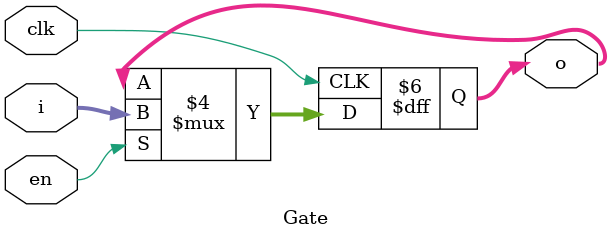
<source format=v>
`timescale 1ns / 1ps

module Gate #(parameter width = 32)(
        input clk, en,
        input [width-1:0] i,
        output reg [width-1:0] o
    );
    
    initial begin
        o = 0;
    end
    
    always@(posedge clk)begin
    if(en) o <= i;
    else o <= o;
    end
endmodule

</source>
